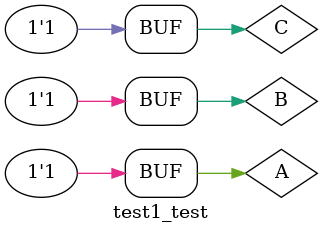
<source format=v>
`timescale 1ns / 1ps


module test1_test;

	// Inputs
	reg A;
	reg B;
	reg C;

	// Outputs
	wire F;
	wire Ci;

	// Instantiate the Unit Under Test (UUT)
	test1 uut (
		.A(A), 
		.B(B), 
		.C(C), 
		.F(F), 
		.Ci(Ci)
	);

	initial begin
		// Initialize Inputs
		A = 0;
		B = 0;
		C = 0;

		// Wait 100 ns for global reset to finish
		#100;
        
		// Add stimulus here
      #100
		A=0;B=0;C=0;
		
		#100
		A=0;B=0;C=1;
		
		#100
		A=0;B=1;C=0;
		
		#100
		A=1;B=1;C=1;
		
		#100
		A=1;B=0;C=0;
		
		#100
		A=1;B=0;C=1;
		
		#100
		A=1;B=1;C=0;
		
		#100
		A=1;B=1;C=1;
		
	end
      
endmodule


</source>
